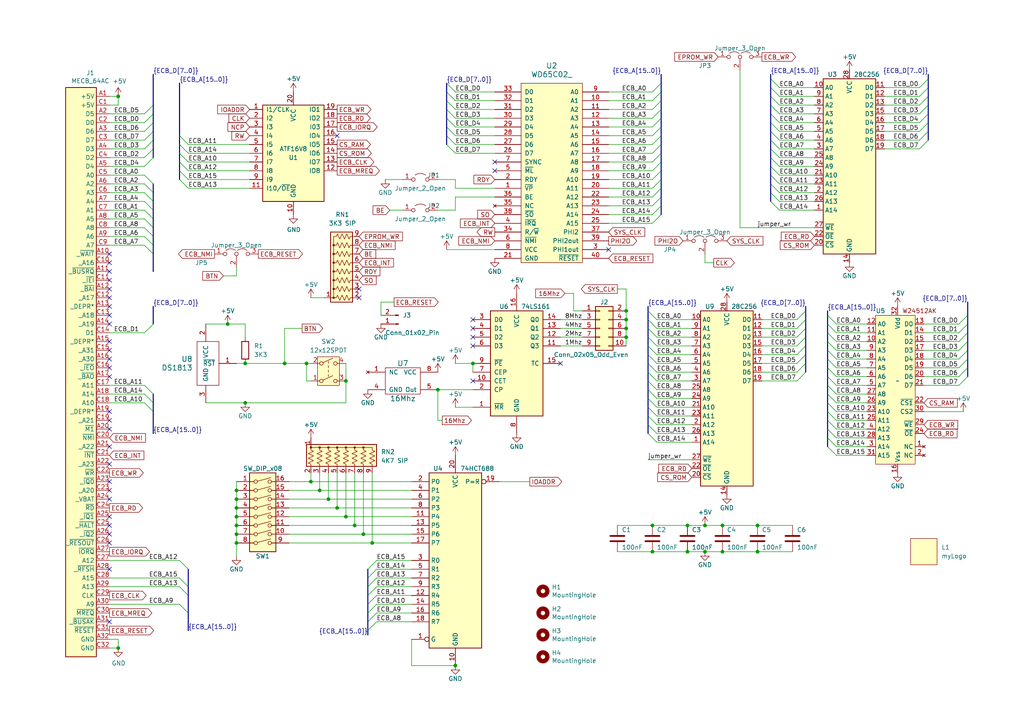
<source format=kicad_sch>
(kicad_sch (version 20230121) (generator eeschema)
  (paper "A4")
  (title_block (title "TLC_6502_CPU") (date "23/06/24") (rev "1.0") (company "TLC Stuff"))
  (junction (at 127 113.03))
  (junction (at 88.9 105.41))
  (junction (at 219.71 152.4))
  (junction (at 68.58 152.4))
  (junction (at 68.58 144.78))
  (junction (at 209.55 152.4))
  (junction (at 92.71 142.24))
  (junction (at 105.41 154.94))
  (junction (at 100.33 110.49))
  (junction (at 209.55 160.02))
  (junction (at 181.61 90.17))
  (junction (at 34.29 187.96))
  (junction (at 102.87 152.4))
  (junction (at 132.08 193.04))
  (junction (at 199.39 152.4))
  (junction (at 90.17 139.7))
  (junction (at 95.25 144.78))
  (junction (at 68.58 149.86))
  (junction (at 68.58 157.48))
  (junction (at 107.95 157.48))
  (junction (at 219.71 160.02))
  (junction (at 71.12 105.41))
  (junction (at 82.55 105.41))
  (junction (at 204.47 152.4))
  (junction (at 137.16 105.41))
  (junction (at 68.58 142.24))
  (junction (at 181.61 97.79))
  (junction (at 199.39 160.02))
  (junction (at 68.58 147.32))
  (junction (at 181.61 92.71))
  (junction (at 66.04 93.98))
  (junction (at 68.58 154.94))
  (junction (at 71.12 116.84))
  (junction (at 100.33 149.86))
  (junction (at 181.61 95.25))
  (junction (at 204.47 160.02))
  (junction (at 34.29 27.94))
  (junction (at 97.79 147.32))
  (junction (at 189.23 152.4))
  (junction (at 189.23 160.02))
  (no_connect (at 31.75 93.98))
  (no_connect (at 31.75 78.74))
  (no_connect (at 31.75 88.9))
  (no_connect (at 143.51 49.53))
  (no_connect (at 97.79 39.37))
  (no_connect (at 31.75 165.1))
  (no_connect (at 137.16 95.25))
  (no_connect (at 31.75 180.34))
  (no_connect (at 31.75 73.66))
  (no_connect (at 31.75 86.36))
  (no_connect (at 104.14 83.82))
  (no_connect (at 31.75 139.7))
  (no_connect (at 31.75 124.46))
  (no_connect (at 31.75 83.82))
  (no_connect (at 31.75 134.62))
  (no_connect (at 31.75 152.4))
  (no_connect (at 31.75 76.2))
  (no_connect (at 31.75 109.22))
  (no_connect (at 162.56 105.41))
  (no_connect (at 143.51 46.99))
  (no_connect (at 31.75 101.6))
  (no_connect (at 137.16 110.49))
  (no_connect (at 31.75 121.92))
  (no_connect (at 31.75 154.94))
  (no_connect (at 31.75 149.86))
  (no_connect (at 137.16 97.79))
  (no_connect (at 137.16 92.71))
  (no_connect (at 31.75 104.14))
  (no_connect (at 104.14 86.36))
  (no_connect (at 31.75 157.48))
  (no_connect (at 31.75 91.44))
  (no_connect (at 176.53 72.39))
  (no_connect (at 31.75 106.68))
  (no_connect (at 31.75 119.38))
  (no_connect (at 31.75 144.78))
  (no_connect (at 31.75 142.24))
  (no_connect (at 31.75 99.06))
  (no_connect (at 31.75 81.28))
  (no_connect (at 137.16 100.33))
  (no_connect (at 31.75 129.54))
  (bus_entry (at 187.96 123.19) (size 2.54 2.54))
  (bus_entry (at 44.45 53.34) (size -2.54 -2.54))
  (bus_entry (at 129.54 31.75) (size 2.54 2.54))
  (bus_entry (at 269.24 38.1) (size -2.54 2.54))
  (bus_entry (at 52.07 41.91) (size 2.54 2.54))
  (bus_entry (at 233.68 102.87) (size -2.54 2.54))
  (bus_entry (at 223.52 53.34) (size 2.54 2.54))
  (bus_entry (at 280.67 99.06) (size -2.54 2.54))
  (bus_entry (at 240.03 104.14) (size 2.54 2.54))
  (bus_entry (at 187.96 92.71) (size 2.54 2.54))
  (bus_entry (at 187.96 100.33) (size 2.54 2.54))
  (bus_entry (at 223.52 50.8) (size 2.54 2.54))
  (bus_entry (at 52.07 175.26) (size 2.54 2.54))
  (bus_entry (at 52.07 170.18) (size 2.54 2.54))
  (bus_entry (at 191.77 52.07) (size -2.54 2.54))
  (bus_entry (at 187.96 90.17) (size 2.54 2.54))
  (bus_entry (at 187.96 102.87) (size 2.54 2.54))
  (bus_entry (at 52.07 162.56) (size 2.54 2.54))
  (bus_entry (at 223.52 33.02) (size 2.54 2.54))
  (bus_entry (at 129.54 26.67) (size 2.54 2.54))
  (bus_entry (at 41.91 43.18) (size 2.54 -2.54))
  (bus_entry (at 129.54 36.83) (size 2.54 2.54))
  (bus_entry (at 223.52 55.88) (size 2.54 2.54))
  (bus_entry (at 41.91 38.1) (size 2.54 -2.54))
  (bus_entry (at 52.07 39.37) (size 2.54 2.54))
  (bus_entry (at 44.45 55.88) (size -2.54 -2.54))
  (bus_entry (at 233.68 95.25) (size -2.54 2.54))
  (bus_entry (at 44.45 63.5) (size -2.54 -2.54))
  (bus_entry (at 280.67 106.68) (size -2.54 2.54))
  (bus_entry (at 223.52 38.1) (size 2.54 2.54))
  (bus_entry (at 52.07 46.99) (size 2.54 2.54))
  (bus_entry (at 240.03 109.22) (size 2.54 2.54))
  (bus_entry (at 191.77 39.37) (size -2.54 2.54))
  (bus_entry (at 191.77 54.61) (size -2.54 2.54))
  (bus_entry (at 187.96 120.65) (size 2.54 2.54))
  (bus_entry (at 240.03 101.6) (size 2.54 2.54))
  (bus_entry (at 223.52 22.86) (size 2.54 2.54))
  (bus_entry (at 269.24 27.94) (size -2.54 2.54))
  (bus_entry (at 233.68 97.79) (size -2.54 2.54))
  (bus_entry (at 129.54 39.37) (size 2.54 2.54))
  (bus_entry (at 240.03 116.84) (size 2.54 2.54))
  (bus_entry (at 240.03 99.06) (size 2.54 2.54))
  (bus_entry (at 106.68 170.18) (size 2.54 -2.54))
  (bus_entry (at 106.68 182.88) (size 2.54 -2.54))
  (bus_entry (at 187.96 97.79) (size 2.54 2.54))
  (bus_entry (at 52.07 52.07) (size 2.54 2.54))
  (bus_entry (at 187.96 125.73) (size 2.54 2.54))
  (bus_entry (at 233.68 105.41) (size -2.54 2.54))
  (bus_entry (at 187.96 110.49) (size 2.54 2.54))
  (bus_entry (at 280.67 91.44) (size -2.54 2.54))
  (bus_entry (at 52.07 167.64) (size 2.54 2.54))
  (bus_entry (at 187.96 95.25) (size 2.54 2.54))
  (bus_entry (at 129.54 24.13) (size 2.54 2.54))
  (bus_entry (at 191.77 41.91) (size -2.54 2.54))
  (bus_entry (at 191.77 44.45) (size -2.54 2.54))
  (bus_entry (at 44.45 68.58) (size -2.54 -2.54))
  (bus_entry (at 223.52 48.26) (size 2.54 2.54))
  (bus_entry (at 129.54 41.91) (size 2.54 2.54))
  (bus_entry (at 233.68 92.71) (size -2.54 2.54))
  (bus_entry (at 41.91 48.26) (size 2.54 -2.54))
  (bus_entry (at 269.24 22.86) (size -2.54 2.54))
  (bus_entry (at 191.77 46.99) (size -2.54 2.54))
  (bus_entry (at 191.77 31.75) (size -2.54 2.54))
  (bus_entry (at 41.91 33.02) (size 2.54 -2.54))
  (bus_entry (at 41.91 116.84) (size 2.54 2.54))
  (bus_entry (at 191.77 26.67) (size -2.54 2.54))
  (bus_entry (at 240.03 124.46) (size 2.54 2.54))
  (bus_entry (at 240.03 129.54) (size 2.54 2.54))
  (bus_entry (at 280.67 104.14) (size -2.54 2.54))
  (bus_entry (at 280.67 96.52) (size -2.54 2.54))
  (bus_entry (at 52.07 49.53) (size 2.54 2.54))
  (bus_entry (at 223.52 58.42) (size 2.54 2.54))
  (bus_entry (at 106.68 172.72) (size 2.54 -2.54))
  (bus_entry (at 106.68 177.8) (size 2.54 -2.54))
  (bus_entry (at 240.03 121.92) (size 2.54 2.54))
  (bus_entry (at 240.03 127) (size 2.54 2.54))
  (bus_entry (at 41.91 111.76) (size 2.54 2.54))
  (bus_entry (at 269.24 33.02) (size -2.54 2.54))
  (bus_entry (at 191.77 62.23) (size -2.54 2.54))
  (bus_entry (at 233.68 100.33) (size -2.54 2.54))
  (bus_entry (at 191.77 49.53) (size -2.54 2.54))
  (bus_entry (at 41.91 96.52) (size 2.54 -2.54))
  (bus_entry (at 223.52 30.48) (size 2.54 2.54))
  (bus_entry (at 187.96 115.57) (size 2.54 2.54))
  (bus_entry (at 240.03 119.38) (size 2.54 2.54))
  (bus_entry (at 223.52 27.94) (size 2.54 2.54))
  (bus_entry (at 269.24 40.64) (size -2.54 2.54))
  (bus_entry (at 233.68 107.95) (size -2.54 2.54))
  (bus_entry (at 280.67 101.6) (size -2.54 2.54))
  (bus_entry (at 191.77 57.15) (size -2.54 2.54))
  (bus_entry (at 44.45 73.66) (size -2.54 -2.54))
  (bus_entry (at 106.68 175.26) (size 2.54 -2.54))
  (bus_entry (at 187.96 113.03) (size 2.54 2.54))
  (bus_entry (at 223.52 35.56) (size 2.54 2.54))
  (bus_entry (at 41.91 45.72) (size 2.54 -2.54))
  (bus_entry (at 106.68 180.34) (size 2.54 -2.54))
  (bus_entry (at 280.67 109.22) (size -2.54 2.54))
  (bus_entry (at 44.45 66.04) (size -2.54 -2.54))
  (bus_entry (at 106.68 167.64) (size 2.54 -2.54))
  (bus_entry (at 233.68 90.17) (size -2.54 2.54))
  (bus_entry (at 223.52 43.18) (size 2.54 2.54))
  (bus_entry (at 191.77 29.21) (size -2.54 2.54))
  (bus_entry (at 187.96 105.41) (size 2.54 2.54))
  (bus_entry (at 129.54 34.29) (size 2.54 2.54))
  (bus_entry (at 240.03 114.3) (size 2.54 2.54))
  (bus_entry (at 240.03 111.76) (size 2.54 2.54))
  (bus_entry (at 191.77 34.29) (size -2.54 2.54))
  (bus_entry (at 41.91 35.56) (size 2.54 -2.54))
  (bus_entry (at 240.03 93.98) (size 2.54 2.54))
  (bus_entry (at 240.03 96.52) (size 2.54 2.54))
  (bus_entry (at 280.67 93.98) (size -2.54 2.54))
  (bus_entry (at 129.54 29.21) (size 2.54 2.54))
  (bus_entry (at 191.77 59.69) (size -2.54 2.54))
  (bus_entry (at 223.52 25.4) (size 2.54 2.54))
  (bus_entry (at 191.77 36.83) (size -2.54 2.54))
  (bus_entry (at 240.03 106.68) (size 2.54 2.54))
  (bus_entry (at 223.52 40.64) (size 2.54 2.54))
  (bus_entry (at 240.03 91.44) (size 2.54 2.54))
  (bus_entry (at 269.24 30.48) (size -2.54 2.54))
  (bus_entry (at 41.91 114.3) (size 2.54 2.54))
  (bus_entry (at 44.45 71.12) (size -2.54 -2.54))
  (bus_entry (at 269.24 35.56) (size -2.54 2.54))
  (bus_entry (at 223.52 45.72) (size 2.54 2.54))
  (bus_entry (at 52.07 44.45) (size 2.54 2.54))
  (bus_entry (at 269.24 25.4) (size -2.54 2.54))
  (bus_entry (at 187.96 118.11) (size 2.54 2.54))
  (bus_entry (at 41.91 40.64) (size 2.54 -2.54))
  (bus_entry (at 44.45 58.42) (size -2.54 -2.54))
  (bus_entry (at 106.68 165.1) (size 2.54 -2.54))
  (bus_entry (at 187.96 107.95) (size 2.54 2.54))
  (bus_entry (at 44.45 60.96) (size -2.54 -2.54))
  (bus_entry (at 191.77 24.13) (size -2.54 2.54))
  (wire (pts (xy 71.12 93.98) (xy 71.12 97.79)))
  (wire (pts (xy 109.22 170.18) (xy 119.38 170.18)))
  (wire (pts (xy 179.07 152.4) (xy 189.23 152.4)))
  (wire (pts (xy 220.98 105.41) (xy 231.14 105.41)))
  (wire (pts (xy 129.54 72.39) (xy 143.51 72.39)))
  (bus (pts (xy 223.52 43.18) (xy 223.52 45.72)))
  (wire (pts (xy 68.58 80.01) (xy 64.77 80.01)))
  (wire (pts (xy 31.75 40.64) (xy 41.91 40.64)))
  (wire (pts (xy 242.57 132.08) (xy 251.46 132.08)))
  (wire (pts (xy 83.82 144.78) (xy 95.25 144.78)))
  (wire (pts (xy 119.38 193.04) (xy 132.08 193.04)))
  (wire (pts (xy 111.76 52.07) (xy 116.84 52.07)))
  (wire (pts (xy 267.97 106.68) (xy 278.13 106.68)))
  (wire (pts (xy 256.54 25.4) (xy 266.7 25.4)))
  (wire (pts (xy 214.63 20.32) (xy 214.63 66.04)))
  (wire (pts (xy 256.54 35.56) (xy 266.7 35.56)))
  (wire (pts (xy 83.82 139.7) (xy 90.17 139.7)))
  (wire (pts (xy 176.53 29.21) (xy 189.23 29.21)))
  (wire (pts (xy 181.61 95.25) (xy 181.61 97.79)))
  (wire (pts (xy 242.57 114.3) (xy 251.46 114.3)))
  (bus (pts (xy 44.45 21.59) (xy 44.45 30.48)))
  (wire (pts (xy 31.75 63.5) (xy 41.91 63.5)))
  (wire (pts (xy 242.57 111.76) (xy 251.46 111.76)))
  (wire (pts (xy 166.37 85.09) (xy 163.83 85.09)))
  (wire (pts (xy 176.53 62.23) (xy 189.23 62.23)))
  (bus (pts (xy 223.52 33.02) (xy 223.52 35.56)))
  (bus (pts (xy 129.54 26.67) (xy 129.54 29.21)))
  (wire (pts (xy 187.96 133.35) (xy 200.66 133.35)))
  (bus (pts (xy 233.68 97.79) (xy 233.68 100.33)))
  (wire (pts (xy 190.5 105.41) (xy 200.66 105.41)))
  (wire (pts (xy 54.61 52.07) (xy 72.39 52.07)))
  (bus (pts (xy 54.61 170.18) (xy 54.61 172.72)))
  (wire (pts (xy 90.17 137.16) (xy 90.17 139.7)))
  (wire (pts (xy 102.87 137.16) (xy 102.87 152.4)))
  (bus (pts (xy 191.77 24.13) (xy 191.77 26.67)))
  (wire (pts (xy 242.57 124.46) (xy 251.46 124.46)))
  (bus (pts (xy 52.07 41.91) (xy 52.07 44.45)))
  (wire (pts (xy 66.04 93.98) (xy 71.12 93.98)))
  (bus (pts (xy 269.24 25.4) (xy 269.24 27.94)))
  (wire (pts (xy 267.97 96.52) (xy 278.13 96.52)))
  (wire (pts (xy 181.61 83.82) (xy 181.61 90.17)))
  (bus (pts (xy 44.45 66.04) (xy 44.45 68.58)))
  (wire (pts (xy 132.08 52.07) (xy 127 52.07)))
  (wire (pts (xy 83.82 157.48) (xy 107.95 157.48)))
  (bus (pts (xy 191.77 59.69) (xy 191.77 62.23)))
  (wire (pts (xy 31.75 71.12) (xy 41.91 71.12)))
  (wire (pts (xy 127 113.03) (xy 137.16 113.03)))
  (bus (pts (xy 240.03 101.6) (xy 240.03 104.14)))
  (bus (pts (xy 44.45 53.34) (xy 44.45 55.88)))
  (bus (pts (xy 129.54 29.21) (xy 129.54 31.75)))
  (wire (pts (xy 68.58 157.48) (xy 68.58 161.29)))
  (wire (pts (xy 220.98 100.33) (xy 231.14 100.33)))
  (bus (pts (xy 106.68 170.18) (xy 106.68 172.72)))
  (bus (pts (xy 191.77 26.67) (xy 191.77 29.21)))
  (wire (pts (xy 132.08 54.61) (xy 132.08 52.07)))
  (wire (pts (xy 31.75 185.42) (xy 34.29 185.42)))
  (wire (pts (xy 132.08 105.41) (xy 137.16 105.41)))
  (wire (pts (xy 190.5 115.57) (xy 200.66 115.57)))
  (wire (pts (xy 132.08 44.45) (xy 143.51 44.45)))
  (bus (pts (xy 269.24 22.86) (xy 269.24 25.4)))
  (bus (pts (xy 233.68 92.71) (xy 233.68 95.25)))
  (bus (pts (xy 280.67 93.98) (xy 280.67 96.52)))
  (wire (pts (xy 68.58 152.4) (xy 68.58 154.94)))
  (wire (pts (xy 190.5 107.95) (xy 200.66 107.95)))
  (wire (pts (xy 189.23 152.4) (xy 199.39 152.4)))
  (wire (pts (xy 132.08 118.11) (xy 137.16 118.11)))
  (wire (pts (xy 31.75 116.84) (xy 41.91 116.84)))
  (wire (pts (xy 31.75 53.34) (xy 41.91 53.34)))
  (bus (pts (xy 187.96 97.79) (xy 187.96 100.33)))
  (wire (pts (xy 105.41 137.16) (xy 105.41 154.94)))
  (wire (pts (xy 109.22 165.1) (xy 119.38 165.1)))
  (wire (pts (xy 31.75 45.72) (xy 41.91 45.72)))
  (wire (pts (xy 267.97 109.22) (xy 278.13 109.22)))
  (wire (pts (xy 109.22 177.8) (xy 119.38 177.8)))
  (wire (pts (xy 54.61 46.99) (xy 72.39 46.99)))
  (wire (pts (xy 132.08 34.29) (xy 143.51 34.29)))
  (wire (pts (xy 199.39 160.02) (xy 204.47 160.02)))
  (wire (pts (xy 226.06 25.4) (xy 236.22 25.4)))
  (wire (pts (xy 59.69 116.84) (xy 71.12 116.84)))
  (bus (pts (xy 129.54 24.13) (xy 129.54 26.67)))
  (wire (pts (xy 71.12 116.84) (xy 100.33 116.84)))
  (wire (pts (xy 132.08 29.21) (xy 143.51 29.21)))
  (wire (pts (xy 110.49 87.63) (xy 114.3 87.63)))
  (wire (pts (xy 54.61 49.53) (xy 72.39 49.53)))
  (wire (pts (xy 31.75 38.1) (xy 41.91 38.1)))
  (wire (pts (xy 190.5 128.27) (xy 200.66 128.27)))
  (wire (pts (xy 31.75 162.56) (xy 52.07 162.56)))
  (bus (pts (xy 191.77 57.15) (xy 191.77 59.69)))
  (wire (pts (xy 31.75 48.26) (xy 41.91 48.26)))
  (wire (pts (xy 31.75 50.8) (xy 41.91 50.8)))
  (wire (pts (xy 59.69 93.98) (xy 66.04 93.98)))
  (bus (pts (xy 44.45 88.9) (xy 44.45 93.98)))
  (bus (pts (xy 187.96 100.33) (xy 187.96 102.87)))
  (wire (pts (xy 176.53 44.45) (xy 189.23 44.45)))
  (wire (pts (xy 242.57 93.98) (xy 251.46 93.98)))
  (wire (pts (xy 100.33 149.86) (xy 119.38 149.86)))
  (bus (pts (xy 106.68 165.1) (xy 106.68 167.64)))
  (wire (pts (xy 220.98 102.87) (xy 231.14 102.87)))
  (wire (pts (xy 97.79 137.16) (xy 97.79 147.32)))
  (wire (pts (xy 109.22 175.26) (xy 119.38 175.26)))
  (bus (pts (xy 44.45 43.18) (xy 44.45 45.72)))
  (wire (pts (xy 137.16 105.41) (xy 137.16 107.95)))
  (wire (pts (xy 226.06 27.94) (xy 236.22 27.94)))
  (wire (pts (xy 226.06 45.72) (xy 236.22 45.72)))
  (wire (pts (xy 132.08 26.67) (xy 143.51 26.67)))
  (wire (pts (xy 83.82 149.86) (xy 100.33 149.86)))
  (wire (pts (xy 176.53 59.69) (xy 189.23 59.69)))
  (wire (pts (xy 31.75 33.02) (xy 41.91 33.02)))
  (wire (pts (xy 31.75 43.18) (xy 41.91 43.18)))
  (bus (pts (xy 187.96 107.95) (xy 187.96 110.49)))
  (bus (pts (xy 223.52 48.26) (xy 223.52 50.8)))
  (wire (pts (xy 31.75 60.96) (xy 41.91 60.96)))
  (bus (pts (xy 191.77 44.45) (xy 191.77 46.99)))
  (wire (pts (xy 71.12 105.41) (xy 82.55 105.41)))
  (bus (pts (xy 187.96 118.11) (xy 187.96 120.65)))
  (wire (pts (xy 31.75 58.42) (xy 41.91 58.42)))
  (wire (pts (xy 219.71 160.02) (xy 229.87 160.02)))
  (bus (pts (xy 54.61 172.72) (xy 54.61 177.8)))
  (wire (pts (xy 31.75 167.64) (xy 52.07 167.64)))
  (wire (pts (xy 204.47 76.2) (xy 207.01 76.2)))
  (bus (pts (xy 44.45 55.88) (xy 44.45 58.42)))
  (bus (pts (xy 106.68 167.64) (xy 106.68 170.18)))
  (bus (pts (xy 233.68 88.9) (xy 233.68 90.17)))
  (wire (pts (xy 204.47 160.02) (xy 209.55 160.02)))
  (wire (pts (xy 179.07 160.02) (xy 189.23 160.02)))
  (wire (pts (xy 143.51 57.15) (xy 132.08 57.15)))
  (wire (pts (xy 190.5 100.33) (xy 200.66 100.33)))
  (bus (pts (xy 240.03 104.14) (xy 240.03 106.68)))
  (bus (pts (xy 280.67 106.68) (xy 280.67 109.22)))
  (bus (pts (xy 187.96 110.49) (xy 187.96 113.03)))
  (wire (pts (xy 209.55 152.4) (xy 219.71 152.4)))
  (bus (pts (xy 187.96 115.57) (xy 187.96 118.11)))
  (wire (pts (xy 190.5 97.79) (xy 200.66 97.79)))
  (wire (pts (xy 256.54 33.02) (xy 266.7 33.02)))
  (wire (pts (xy 256.54 43.18) (xy 266.7 43.18)))
  (wire (pts (xy 176.53 46.99) (xy 189.23 46.99)))
  (bus (pts (xy 44.45 68.58) (xy 44.45 71.12)))
  (wire (pts (xy 190.5 118.11) (xy 200.66 118.11)))
  (bus (pts (xy 240.03 111.76) (xy 240.03 114.3)))
  (wire (pts (xy 54.61 54.61) (xy 72.39 54.61)))
  (bus (pts (xy 233.68 102.87) (xy 233.68 105.41)))
  (wire (pts (xy 31.75 55.88) (xy 41.91 55.88)))
  (wire (pts (xy 31.75 111.76) (xy 41.91 111.76)))
  (bus (pts (xy 280.67 91.44) (xy 280.67 93.98)))
  (wire (pts (xy 109.22 172.72) (xy 119.38 172.72)))
  (wire (pts (xy 162.56 92.71) (xy 168.91 92.71)))
  (wire (pts (xy 209.55 160.02) (xy 219.71 160.02)))
  (wire (pts (xy 267.97 111.76) (xy 278.13 111.76)))
  (bus (pts (xy 233.68 95.25) (xy 233.68 97.79)))
  (wire (pts (xy 83.82 147.32) (xy 97.79 147.32)))
  (wire (pts (xy 220.98 110.49) (xy 231.14 110.49)))
  (wire (pts (xy 100.33 137.16) (xy 100.33 149.86)))
  (wire (pts (xy 190.5 123.19) (xy 200.66 123.19)))
  (wire (pts (xy 31.75 114.3) (xy 41.91 114.3)))
  (bus (pts (xy 129.54 39.37) (xy 129.54 41.91)))
  (wire (pts (xy 90.17 139.7) (xy 119.38 139.7)))
  (wire (pts (xy 119.38 185.42) (xy 119.38 193.04)))
  (bus (pts (xy 240.03 90.17) (xy 240.03 91.44)))
  (wire (pts (xy 90.17 86.36) (xy 93.98 86.36)))
  (bus (pts (xy 240.03 99.06) (xy 240.03 101.6)))
  (wire (pts (xy 31.75 68.58) (xy 41.91 68.58)))
  (bus (pts (xy 240.03 96.52) (xy 240.03 99.06)))
  (wire (pts (xy 242.57 106.68) (xy 251.46 106.68)))
  (bus (pts (xy 269.24 30.48) (xy 269.24 33.02)))
  (wire (pts (xy 132.08 31.75) (xy 143.51 31.75)))
  (bus (pts (xy 223.52 40.64) (xy 223.52 43.18)))
  (bus (pts (xy 223.52 30.48) (xy 223.52 33.02)))
  (wire (pts (xy 267.97 101.6) (xy 278.13 101.6)))
  (wire (pts (xy 176.53 31.75) (xy 189.23 31.75)))
  (bus (pts (xy 52.07 46.99) (xy 52.07 49.53)))
  (bus (pts (xy 44.45 71.12) (xy 44.45 73.66)))
  (wire (pts (xy 267.97 99.06) (xy 278.13 99.06)))
  (wire (pts (xy 226.06 38.1) (xy 236.22 38.1)))
  (wire (pts (xy 113.03 60.96) (xy 116.84 60.96)))
  (wire (pts (xy 189.23 160.02) (xy 199.39 160.02)))
  (wire (pts (xy 176.53 54.61) (xy 189.23 54.61)))
  (wire (pts (xy 107.95 137.16) (xy 107.95 157.48)))
  (bus (pts (xy 240.03 91.44) (xy 240.03 93.98)))
  (bus (pts (xy 44.45 116.84) (xy 44.45 119.38)))
  (bus (pts (xy 191.77 54.61) (xy 191.77 57.15)))
  (bus (pts (xy 191.77 29.21) (xy 191.77 31.75)))
  (bus (pts (xy 191.77 36.83) (xy 191.77 39.37)))
  (wire (pts (xy 190.5 92.71) (xy 200.66 92.71)))
  (bus (pts (xy 280.67 99.06) (xy 280.67 101.6)))
  (wire (pts (xy 214.63 66.04) (xy 236.22 66.04)))
  (wire (pts (xy 31.75 35.56) (xy 41.91 35.56)))
  (wire (pts (xy 87.63 95.25) (xy 82.55 95.25)))
  (wire (pts (xy 68.58 147.32) (xy 68.58 149.86)))
  (wire (pts (xy 190.5 95.25) (xy 200.66 95.25)))
  (bus (pts (xy 54.61 165.1) (xy 54.61 170.18)))
  (bus (pts (xy 269.24 38.1) (xy 269.24 40.64)))
  (wire (pts (xy 181.61 92.71) (xy 181.61 95.25)))
  (wire (pts (xy 242.57 99.06) (xy 251.46 99.06)))
  (wire (pts (xy 181.61 90.17) (xy 181.61 92.71)))
  (wire (pts (xy 267.97 104.14) (xy 278.13 104.14)))
  (wire (pts (xy 226.06 33.02) (xy 236.22 33.02)))
  (wire (pts (xy 190.5 110.49) (xy 200.66 110.49)))
  (wire (pts (xy 176.53 36.83) (xy 189.23 36.83)))
  (wire (pts (xy 143.51 54.61) (xy 132.08 54.61)))
  (bus (pts (xy 240.03 121.92) (xy 240.03 124.46)))
  (wire (pts (xy 68.58 144.78) (xy 68.58 147.32)))
  (wire (pts (xy 190.5 120.65) (xy 200.66 120.65)))
  (wire (pts (xy 31.75 96.52) (xy 41.91 96.52)))
  (bus (pts (xy 54.61 177.8) (xy 54.61 182.88)))
  (wire (pts (xy 68.58 149.86) (xy 68.58 152.4)))
  (wire (pts (xy 242.57 101.6) (xy 251.46 101.6)))
  (wire (pts (xy 226.06 40.64) (xy 236.22 40.64)))
  (wire (pts (xy 242.57 104.14) (xy 251.46 104.14)))
  (wire (pts (xy 242.57 116.84) (xy 251.46 116.84)))
  (wire (pts (xy 132.08 57.15) (xy 132.08 60.96)))
  (wire (pts (xy 176.53 39.37) (xy 189.23 39.37)))
  (bus (pts (xy 280.67 101.6) (xy 280.67 104.14)))
  (bus (pts (xy 44.45 38.1) (xy 44.45 40.64)))
  (bus (pts (xy 44.45 40.64) (xy 44.45 43.18)))
  (wire (pts (xy 176.53 49.53) (xy 189.23 49.53)))
  (wire (pts (xy 242.57 119.38) (xy 251.46 119.38)))
  (wire (pts (xy 54.61 41.91) (xy 72.39 41.91)))
  (wire (pts (xy 90.17 110.49) (xy 88.9 110.49)))
  (wire (pts (xy 242.57 121.92) (xy 251.46 121.92)))
  (wire (pts (xy 256.54 38.1) (xy 266.7 38.1)))
  (wire (pts (xy 68.58 142.24) (xy 68.58 144.78)))
  (wire (pts (xy 128.27 121.92) (xy 127 121.92)))
  (wire (pts (xy 95.25 137.16) (xy 95.25 144.78)))
  (wire (pts (xy 144.78 139.7) (xy 153.67 139.7)))
  (bus (pts (xy 240.03 114.3) (xy 240.03 116.84)))
  (wire (pts (xy 34.29 30.48) (xy 34.29 27.94)))
  (bus (pts (xy 52.07 39.37) (xy 52.07 41.91)))
  (bus (pts (xy 129.54 34.29) (xy 129.54 36.83)))
  (bus (pts (xy 52.07 44.45) (xy 52.07 46.99)))
  (bus (pts (xy 191.77 39.37) (xy 191.77 41.91)))
  (bus (pts (xy 191.77 34.29) (xy 191.77 36.83)))
  (wire (pts (xy 220.98 92.71) (xy 231.14 92.71)))
  (wire (pts (xy 267.97 119.38) (xy 279.4 119.38)))
  (wire (pts (xy 132.08 39.37) (xy 143.51 39.37)))
  (bus (pts (xy 187.96 102.87) (xy 187.96 105.41)))
  (wire (pts (xy 31.75 30.48) (xy 34.29 30.48)))
  (bus (pts (xy 223.52 35.56) (xy 223.52 38.1)))
  (bus (pts (xy 191.77 46.99) (xy 191.77 49.53)))
  (bus (pts (xy 280.67 87.63) (xy 280.67 91.44)))
  (bus (pts (xy 191.77 41.91) (xy 191.77 44.45)))
  (wire (pts (xy 109.22 180.34) (xy 119.38 180.34)))
  (wire (pts (xy 31.75 170.18) (xy 52.07 170.18)))
  (wire (pts (xy 204.47 73.66) (xy 204.47 76.2)))
  (wire (pts (xy 54.61 44.45) (xy 72.39 44.45)))
  (bus (pts (xy 240.03 119.38) (xy 240.03 121.92)))
  (wire (pts (xy 109.22 162.56) (xy 119.38 162.56)))
  (wire (pts (xy 256.54 27.94) (xy 266.7 27.94)))
  (bus (pts (xy 106.68 180.34) (xy 106.68 182.88)))
  (bus (pts (xy 240.03 109.22) (xy 240.03 111.76)))
  (bus (pts (xy 187.96 120.65) (xy 187.96 123.19)))
  (wire (pts (xy 256.54 40.64) (xy 266.7 40.64)))
  (bus (pts (xy 223.52 27.94) (xy 223.52 30.48)))
  (bus (pts (xy 106.68 175.26) (xy 106.68 177.8)))
  (bus (pts (xy 187.96 123.19) (xy 187.96 125.73)))
  (bus (pts (xy 129.54 36.83) (xy 129.54 39.37)))
  (bus (pts (xy 280.67 96.52) (xy 280.67 99.06)))
  (bus (pts (xy 191.77 49.53) (xy 191.77 52.07)))
  (wire (pts (xy 242.57 96.52) (xy 251.46 96.52)))
  (bus (pts (xy 44.45 119.38) (xy 44.45 125.73)))
  (wire (pts (xy 190.5 113.03) (xy 200.66 113.03)))
  (wire (pts (xy 68.58 139.7) (xy 68.58 142.24)))
  (wire (pts (xy 242.57 129.54) (xy 251.46 129.54)))
  (wire (pts (xy 242.57 127) (xy 251.46 127)))
  (wire (pts (xy 34.29 185.42) (xy 34.29 187.96)))
  (wire (pts (xy 242.57 109.22) (xy 251.46 109.22)))
  (bus (pts (xy 240.03 116.84) (xy 240.03 119.38)))
  (wire (pts (xy 127 113.03) (xy 127 121.92)))
  (bus (pts (xy 223.52 45.72) (xy 223.52 48.26)))
  (wire (pts (xy 166.37 90.17) (xy 166.37 85.09)))
  (wire (pts (xy 83.82 142.24) (xy 92.71 142.24)))
  (wire (pts (xy 88.9 110.49) (xy 88.9 105.41)))
  (bus (pts (xy 187.96 88.9) (xy 187.96 90.17)))
  (bus (pts (xy 223.52 55.88) (xy 223.52 58.42)))
  (wire (pts (xy 220.98 107.95) (xy 231.14 107.95)))
  (bus (pts (xy 240.03 124.46) (xy 240.03 127)))
  (wire (pts (xy 219.71 152.4) (xy 229.87 152.4)))
  (wire (pts (xy 181.61 97.79) (xy 181.61 100.33)))
  (bus (pts (xy 191.77 21.59) (xy 191.77 24.13)))
  (wire (pts (xy 162.56 97.79) (xy 168.91 97.79)))
  (wire (pts (xy 102.87 152.4) (xy 119.38 152.4)))
  (bus (pts (xy 280.67 104.14) (xy 280.67 106.68)))
  (wire (pts (xy 168.91 90.17) (xy 166.37 90.17)))
  (bus (pts (xy 191.77 31.75) (xy 191.77 34.29)))
  (wire (pts (xy 31.75 187.96) (xy 34.29 187.96)))
  (bus (pts (xy 52.07 49.53) (xy 52.07 52.07)))
  (bus (pts (xy 240.03 127) (xy 240.03 129.54)))
  (wire (pts (xy 176.53 57.15) (xy 189.23 57.15)))
  (wire (pts (xy 100.33 105.41) (xy 100.33 110.49)))
  (bus (pts (xy 44.45 73.66) (xy 44.45 78.74)))
  (bus (pts (xy 187.96 105.41) (xy 187.96 107.95)))
  (wire (pts (xy 226.06 53.34) (xy 236.22 53.34)))
  (wire (pts (xy 92.71 137.16) (xy 92.71 142.24)))
  (wire (pts (xy 132.08 36.83) (xy 143.51 36.83)))
  (bus (pts (xy 44.45 33.02) (xy 44.45 35.56)))
  (bus (pts (xy 187.96 90.17) (xy 187.96 92.71)))
  (wire (pts (xy 107.95 157.48) (xy 119.38 157.48)))
  (wire (pts (xy 110.49 91.44) (xy 110.49 87.63)))
  (bus (pts (xy 269.24 21.59) (xy 269.24 22.86)))
  (wire (pts (xy 97.79 147.32) (xy 119.38 147.32)))
  (bus (pts (xy 223.52 25.4) (xy 223.52 27.94)))
  (bus (pts (xy 233.68 90.17) (xy 233.68 92.71)))
  (bus (pts (xy 191.77 52.07) (xy 191.77 54.61)))
  (wire (pts (xy 204.47 152.4) (xy 209.55 152.4)))
  (bus (pts (xy 223.52 21.59) (xy 223.52 22.86)))
  (wire (pts (xy 176.53 26.67) (xy 189.23 26.67)))
  (wire (pts (xy 109.22 167.64) (xy 119.38 167.64)))
  (wire (pts (xy 68.58 154.94) (xy 68.58 157.48)))
  (bus (pts (xy 187.96 92.71) (xy 187.96 95.25)))
  (wire (pts (xy 179.07 83.82) (xy 181.61 83.82)))
  (bus (pts (xy 223.52 53.34) (xy 223.52 55.88)))
  (bus (pts (xy 44.45 58.42) (xy 44.45 60.96)))
  (wire (pts (xy 220.98 95.25) (xy 231.14 95.25)))
  (bus (pts (xy 187.96 95.25) (xy 187.96 97.79)))
  (wire (pts (xy 176.53 64.77) (xy 189.23 64.77)))
  (bus (pts (xy 233.68 105.41) (xy 233.68 107.95)))
  (wire (pts (xy 83.82 152.4) (xy 102.87 152.4)))
  (wire (pts (xy 88.9 105.41) (xy 90.17 105.41)))
  (wire (pts (xy 226.06 48.26) (xy 236.22 48.26)))
  (wire (pts (xy 226.06 60.96) (xy 236.22 60.96)))
  (wire (pts (xy 226.06 43.18) (xy 236.22 43.18)))
  (bus (pts (xy 240.03 106.68) (xy 240.03 109.22)))
  (wire (pts (xy 226.06 35.56) (xy 236.22 35.56)))
  (wire (pts (xy 82.55 105.41) (xy 88.9 105.41)))
  (wire (pts (xy 226.06 30.48) (xy 236.22 30.48)))
  (bus (pts (xy 223.52 50.8) (xy 223.52 53.34)))
  (wire (pts (xy 100.33 116.84) (xy 100.33 110.49)))
  (wire (pts (xy 95.25 144.78) (xy 119.38 144.78)))
  (bus (pts (xy 269.24 33.02) (xy 269.24 35.56)))
  (wire (pts (xy 190.5 125.73) (xy 200.66 125.73)))
  (wire (pts (xy 199.39 152.4) (xy 204.47 152.4)))
  (bus (pts (xy 44.45 114.3) (xy 44.45 116.84)))
  (wire (pts (xy 82.55 95.25) (xy 82.55 105.41)))
  (bus (pts (xy 106.68 172.72) (xy 106.68 175.26)))
  (bus (pts (xy 223.52 38.1) (xy 223.52 40.64)))
  (bus (pts (xy 269.24 35.56) (xy 269.24 38.1)))
  (wire (pts (xy 226.06 58.42) (xy 236.22 58.42)))
  (bus (pts (xy 269.24 27.94) (xy 269.24 30.48)))
  (wire (pts (xy 132.08 41.91) (xy 143.51 41.91)))
  (bus (pts (xy 240.03 93.98) (xy 240.03 96.52)))
  (wire (pts (xy 226.06 50.8) (xy 236.22 50.8)))
  (wire (pts (xy 83.82 154.94) (xy 105.41 154.94)))
  (bus (pts (xy 44.45 63.5) (xy 44.45 66.04)))
  (wire (pts (xy 105.41 154.94) (xy 119.38 154.94)))
  (bus (pts (xy 44.45 35.56) (xy 44.45 38.1)))
  (wire (pts (xy 92.71 142.24) (xy 119.38 142.24)))
  (bus (pts (xy 106.68 177.8) (xy 106.68 180.34)))
  (bus (pts (xy 52.07 24.13) (xy 52.07 39.37)))
  (bus (pts (xy 223.52 22.86) (xy 223.52 25.4)))
  (wire (pts (xy 68.58 105.41) (xy 71.12 105.41)))
  (wire (pts (xy 267.97 93.98) (xy 278.13 93.98)))
  (wire (pts (xy 162.56 100.33) (xy 168.91 100.33)))
  (wire (pts (xy 190.5 102.87) (xy 200.66 102.87)))
  (bus (pts (xy 106.68 182.88) (xy 106.68 184.15)))
  (bus (pts (xy 187.96 113.03) (xy 187.96 115.57)))
  (wire (pts (xy 31.75 66.04) (xy 41.91 66.04)))
  (wire (pts (xy 68.58 77.47) (xy 68.58 80.01)))
  (wire (pts (xy 132.08 60.96) (xy 127 60.96)))
  (wire (pts (xy 256.54 30.48) (xy 266.7 30.48)))
  (wire (pts (xy 176.53 41.91) (xy 189.23 41.91)))
  (wire (pts (xy 220.98 97.79) (xy 231.14 97.79)))
  (bus (pts (xy 44.45 60.96) (xy 44.45 63.5)))
  (wire (pts (xy 176.53 34.29) (xy 189.23 34.29)))
  (bus (pts (xy 129.54 31.75) (xy 129.54 34.29)))
  (wire (pts (xy 176.53 52.07) (xy 189.23 52.07)))
  (wire (pts (xy 31.75 175.26) (xy 52.07 175.26)))
  (wire (pts (xy 31.75 27.94) (xy 34.29 27.94)))
  (wire (pts (xy 162.56 95.25) (xy 168.91 95.25)))
  (bus (pts (xy 233.68 100.33) (xy 233.68 102.87)))
  (wire (pts (xy 226.06 55.88) (xy 236.22 55.88)))
  (bus (pts (xy 44.45 30.48) (xy 44.45 33.02)))
  (label "ECB_A13" (at 226.06 58.42 0))
  (label "ECB_D1" (at 259.08 27.94 0))
  (label "ECB_A3" (at 226.06 33.02 0))
  (label "{ECB_A[15..0]}" (at 191.77 21.59 180))
  (label "ECB_D4" (at 223.52 102.87 0))
  (label "ECB_D2" (at 270.51 99.06 0))
  (label "ECB_D0" (at 270.51 93.98 0))
  (label "ECB_A15" (at 43.18 167.64 0))
  (label "ECB_D7" (at 259.08 43.18 0))
  (label "ECB_D0" (at 132.08 26.67 0))
  (label "ECB_D5" (at 259.08 38.1 0))
  (label "ECB_A15" (at 242.57 132.08 0))
  (label "ECB_A11" (at 226.06 53.34 0))
  (label "ECB_A14" (at 109.22 165.1 0))
  (label "ECB_A13" (at 180.34 59.69 0))
  (label "ECB_D6" (at 270.51 109.22 0))
  (label "jumper_wr" (at 187.96 133.35 0))
  (label "ECB_A2" (at 180.34 31.75 0))
  (label "ECB_A1" (at 242.57 96.52 0))
  (label "ECB_A10" (at 190.5 118.11 0))
  (label "ECB_A8" (at 242.57 114.3 0))
  (label "ECB_A8" (at 180.34 46.99 0))
  (label "ECB_D4" (at 270.51 104.14 0))
  (label "ECB_A7" (at 242.57 111.76 0))
  (label "ECB_A9" (at 109.22 177.8 0))
  (label "ECB_A3" (at 190.5 100.33 0))
  (label "ECB_A0" (at 180.34 26.67 0))
  (label "ECB_A8" (at 109.22 180.34 0))
  (label "ECB_D1" (at 132.08 29.21 0))
  (label "ECB_A10" (at 180.34 52.07 0))
  (label "ECB_A0" (at 242.57 93.98 0))
  (label "ECB_A9" (at 180.34 49.53 0))
  (label "ECB_D3" (at 33.02 43.18 0))
  (label "{ECB_D[7..0]}" (at 269.24 21.59 180))
  (label "ECB_A12" (at 43.18 162.56 0))
  (label "ECB_D3" (at 132.08 34.29 0))
  (label "ECB_D3" (at 270.51 101.6 0))
  (label "ECB_A11" (at 242.57 121.92 0))
  (label "ECB_D6" (at 223.52 107.95 0))
  (label "ECB_A11" (at 190.5 120.65 0))
  (label "ECB_A15" (at 54.61 52.07 0))
  (label "ECB_A10" (at 54.61 46.99 0))
  (label "{ECB_A[15..0]}" (at 240.03 90.17 0))
  (label "ECB_A0" (at 190.5 92.71 0))
  (label "ECB_A9" (at 226.06 48.26 0))
  (label "ECB_A13" (at 109.22 167.64 0))
  (label "ECB_A9" (at 242.57 116.84 0))
  (label "ECB_D2" (at 132.08 31.75 0))
  (label "ECB_A15" (at 180.34 64.77 0))
  (label "ECB_D0" (at 33.02 35.56 0))
  (label "ECB_A4" (at 226.06 35.56 0))
  (label "ECB_A0" (at 33.02 50.8 0))
  (label "{ECB_A[15..0]}" (at 52.07 24.13 0))
  (label "ECB_D7" (at 270.51 111.76 0))
  (label "ECB_D1" (at 270.51 96.52 0))
  (label "ECB_D7" (at 33.02 40.64 0))
  (label "ECB_A2" (at 242.57 99.06 0))
  (label "ECB_D6" (at 33.02 38.1 0))
  (label "{ECB_A[15..0]}" (at 187.96 88.9 0))
  (label "ECB_D5" (at 132.08 39.37 0))
  (label "ECB_A0" (at 226.06 25.4 0))
  (label "{ECB_D[7..0]}" (at 44.45 21.59 0))
  (label "ECB_A6" (at 33.02 68.58 0))
  (label "ECB_D5" (at 33.02 33.02 0))
  (label "ECB_A11" (at 109.22 172.72 0))
  (label "ECB_A1" (at 226.06 27.94 0))
  (label "ECB_A2" (at 226.06 30.48 0))
  (label "ECB_A9" (at 190.5 115.57 0))
  (label "ECB_D6" (at 132.08 41.91 0))
  (label "{ECB_A[15..0]}" (at 223.52 21.59 0))
  (label "ECB_A13" (at 242.57 127 0))
  (label "ECB_A13" (at 190.5 125.73 0))
  (label "ECB_A11" (at 33.02 111.76 0))
  (label "ECB_D2" (at 259.08 30.48 0))
  (label "ECB_A7" (at 190.5 110.49 0))
  (label "ECB_A12" (at 226.06 55.88 0))
  (label "ECB_A4" (at 33.02 58.42 0))
  (label "ECB_D0" (at 223.52 92.71 0))
  (label "ECB_A10" (at 109.22 175.26 0))
  (label "ECB_A14" (at 54.61 44.45 0))
  (label "ECB_A7" (at 180.34 44.45 0))
  (label "ECB_A12" (at 180.34 57.15 0))
  (label "ECB_A5" (at 226.06 38.1 0))
  (label "ECB_A3" (at 180.34 34.29 0))
  (label "ECB_A12" (at 190.5 123.19 0))
  (label "ECB_A3" (at 33.02 55.88 0))
  (label "ECB_A2" (at 33.02 53.34 0))
  (label "{ECB_A[15..0]}" (at 106.68 184.15 180))
  (label "ECB_A10" (at 33.02 116.84 0))
  (label "{ECB_D[7..0]}" (at 129.54 24.13 0))
  (label "ECB_D1" (at 223.52 95.25 0))
  (label "ECB_D3" (at 259.08 33.02 0))
  (label "ECB_A2" (at 190.5 97.79 0))
  (label "ECB_D4" (at 259.08 35.56 0))
  (label "ECB_A10" (at 226.06 50.8 0))
  (label "ECB_D5" (at 270.51 106.68 0))
  (label "ECB_A5" (at 33.02 63.5 0))
  (label "ECB_A8" (at 226.06 45.72 0))
  (label "4Mhz" (at 163.83 95.25 0))
  (label "ECB_A1" (at 180.34 29.21 0))
  (label "ECB_A7" (at 226.06 43.18 0))
  (label "ECB_A14" (at 242.57 129.54 0))
  (label "{ECB_D[7..0]}" (at 44.45 88.9 0))
  (label "ECB_D4" (at 33.02 48.26 0))
  (label "ECB_D0" (at 259.08 25.4 0))
  (label "2Mhz" (at 163.83 97.79 0))
  (label "ECB_A5" (at 242.57 106.68 0))
  (label "ECB_A8" (at 33.02 66.04 0))
  (label "ECB_A6" (at 180.34 41.91 0))
  (label "ECB_A6" (at 190.5 107.95 0))
  (label "ECB_D1" (at 33.02 96.52 0))
  (label "ECB_A14" (at 190.5 128.27 0))
  (label "ECB_A8" (at 190.5 113.03 0))
  (label "ECB_D5" (at 223.52 105.41 0))
  (label "ECB_D4" (at 132.08 36.83 0))
  (label "ECB_A9" (at 43.18 175.26 0))
  (label "{ECB_A[15..0]}" (at 54.61 182.88 0))
  (label "ECB_A3" (at 242.57 101.6 0))
  (label "ECB_A4" (at 190.5 102.87 0))
  (label "ECB_A13" (at 43.18 170.18 0))
  (label "{ECB_D[7..0]}" (at 280.67 87.63 180))
  (label "ECB_A7" (at 33.02 71.12 0))
  (label "ECB_D2" (at 33.02 45.72 0))
  (label "{ECB_A[15..0]}" (at 44.45 125.73 0))
  (label "ECB_A13" (at 54.61 54.61 0))
  (label "ECB_D7" (at 132.08 44.45 0))
  (label "{ECB_D[7..0]}" (at 233.68 88.9 180))
  (label "ECB_A6" (at 242.57 109.22 0))
  (label "ECB_A12" (at 242.57 124.46 0))
  (label "8Mhz" (at 163.83 92.71 0))
  (label "ECB_D7" (at 223.52 110.49 0))
  (label "ECB_D2" (at 223.52 97.79 0))
  (label "ECB_A5" (at 180.34 39.37 0))
  (label "ECB_A6" (at 226.06 40.64 0))
  (label "ECB_A5" (at 190.5 105.41 0))
  (label "ECB_A14" (at 180.34 62.23 0))
  (label "ECB_A12" (at 109.22 170.18 0))
  (label "ECB_A15" (at 109.22 162.56 0))
  (label "ECB_A14" (at 33.02 114.3 0))
  (label "jumper_wr" (at 219.71 66.04 0))
  (label "ECB_A10" (at 242.57 119.38 0))
  (label "ECB_A4" (at 180.34 36.83 0))
  (label "ECB_A11" (at 180.34 54.61 0))
  (label "ECB_A1" (at 190.5 95.25 0))
  (label "ECB_D6" (at 259.08 40.64 0))
  (label "ECB_A4" (at 242.57 104.14 0))
  (label "ECB_A11" (at 54.61 41.91 0))
  (label "ECB_A14" (at 226.06 60.96 0))
  (label "ECB_D3" (at 223.52 100.33 0))
  (label "ECB_A1" (at 33.02 60.96 0))
  (label "ECB_A12" (at 54.61 49.53 0))
  (label "1Mhz" (at 163.83 100.33 0))
  (global_label "SYS_CLK" (shape input) (at 210.82 69.85 0) (property "Intersheetrefs" "${INTERSHEET_REFS}" (effects hide)))
  (global_label "ECB_RESET" (shape output) (at 31.75 182.88 0) (property "Intersheetrefs" "${INTERSHEET_REFS}" (effects hide)))
  (global_label "ECB_NMI" (shape input) (at 104.14 71.12 0) (property "Intersheetrefs" "${INTERSHEET_REFS}" (effects hide)))
  (global_label "ECB_MREQ" (shape output) (at 31.75 177.8 0) (property "Intersheetrefs" "${INTERSHEET_REFS}" (effects hide)))
  (global_label "ECB_RD" (shape input) (at 200.66 135.89 180) (property "Intersheetrefs" "${INTERSHEET_REFS}" (effects hide)))
  (global_label "EPROM_WR" (shape input) (at 208.28 16.51 180) (property "Intersheetrefs" "${INTERSHEET_REFS}" (effects hide)))
  (global_label "PHI2O" (shape input) (at 198.12 69.85 180) (property "Intersheetrefs" "${INTERSHEET_REFS}" (effects hide)))
  (global_label "ECB_CLK" (shape output) (at 31.75 172.72 0) (property "Intersheetrefs" "${INTERSHEET_REFS}" (effects hide)))
  (global_label "EPROM_WR" (shape input) (at 104.14 68.58 0) (property "Intersheetrefs" "${INTERSHEET_REFS}" (effects hide)))
  (global_label "CS_RAM" (shape output) (at 97.79 41.91 0) (property "Intersheetrefs" "${INTERSHEET_REFS}" (effects hide)))
  (global_label "ECB_INT" (shape input) (at 31.75 132.08 0) (property "Intersheetrefs" "${INTERSHEET_REFS}" (effects hide)))
  (global_label "ECB_INT" (shape input) (at 104.14 76.2 0) (property "Intersheetrefs" "${INTERSHEET_REFS}" (effects hide)))
  (global_label "ECB_WR" (shape output) (at 220.98 16.51 0) (property "Intersheetrefs" "${INTERSHEET_REFS}" (effects hide)))
  (global_label "SYS_CLK" (shape output) (at 179.07 83.82 180) (property "Intersheetrefs" "${INTERSHEET_REFS}" (effects hide)))
  (global_label "ECB_IORQ" (shape output) (at 31.75 160.02 0) (property "Intersheetrefs" "${INTERSHEET_REFS}" (effects hide)))
  (global_label "SYS_CLK" (shape input) (at 176.53 67.31 0) (property "Intersheetrefs" "${INTERSHEET_REFS}" (effects hide)))
  (global_label "IOADDR" (shape input) (at 72.39 31.75 180) (property "Intersheetrefs" "${INTERSHEET_REFS}" (effects hide)))
  (global_label "ECB_MREQ" (shape output) (at 97.79 49.53 0) (property "Intersheetrefs" "${INTERSHEET_REFS}" (effects hide)))
  (global_label "ECB_NMI" (shape input) (at 143.51 69.85 180) (property "Intersheetrefs" "${INTERSHEET_REFS}" (effects hide)))
  (global_label "ECB_RESET" (shape input) (at 176.53 74.93 0) (property "Intersheetrefs" "${INTERSHEET_REFS}" (effects hide)))
  (global_label "ECB_RESET" (shape output) (at 74.93 73.66 0) (property "Intersheetrefs" "${INTERSHEET_REFS}" (effects hide)))
  (global_label "BTN" (shape input) (at 64.77 80.01 180) (property "Intersheetrefs" "${INTERSHEET_REFS}" (effects hide)))
  (global_label "IOADDR" (shape output) (at 153.67 139.7 0) (property "Intersheetrefs" "${INTERSHEET_REFS}" (effects hide)))
  (global_label "ECB_NMI" (shape output) (at 62.23 73.66 180) (property "Intersheetrefs" "${INTERSHEET_REFS}" (effects hide)))
  (global_label "CS_ROM" (shape input) (at 236.22 71.12 180) (property "Intersheetrefs" "${INTERSHEET_REFS}" (effects hide)))
  (global_label "ECB_WR" (shape output) (at 97.79 31.75 0) (property "Intersheetrefs" "${INTERSHEET_REFS}" (effects hide)))
  (global_label "16Mhz" (shape input) (at 163.83 85.09 180) (property "Intersheetrefs" "${INTERSHEET_REFS}" (effects hide)))
  (global_label "ECB_INT" (shape input) (at 143.51 64.77 180) (property "Intersheetrefs" "${INTERSHEET_REFS}" (effects hide)))
  (global_label "BE" (shape input) (at 104.14 73.66 0) (property "Intersheetrefs" "${INTERSHEET_REFS}" (effects hide)))
  (global_label "BTN" (shape output) (at 87.63 95.25 0) (property "Intersheetrefs" "${INTERSHEET_REFS}" (effects hide)))
  (global_label "ECB_RD" (shape output) (at 97.79 34.29 0) (property "Intersheetrefs" "${INTERSHEET_REFS}" (effects hide)))
  (global_label "RDY" (shape input) (at 104.14 78.74 0) (property "Intersheetrefs" "${INTERSHEET_REFS}" (effects hide)))
  (global_label "PHI2O" (shape output) (at 176.53 69.85 0) (property "Intersheetrefs" "${INTERSHEET_REFS}" (effects hide)))
  (global_label "RW" (shape input) (at 72.39 39.37 180) (property "Intersheetrefs" "${INTERSHEET_REFS}" (effects hide)))
  (global_label "CLK" (shape output) (at 207.01 76.2 0) (property "Intersheetrefs" "${INTERSHEET_REFS}" (effects hide)))
  (global_label "ECB_RD" (shape input) (at 236.22 68.58 180) (property "Intersheetrefs" "${INTERSHEET_REFS}" (effects hide)))
  (global_label "RW" (shape output) (at 143.51 67.31 180) (property "Intersheetrefs" "${INTERSHEET_REFS}" (effects hide)))
  (global_label "16Mhz" (shape output) (at 128.27 121.92 0) (property "Intersheetrefs" "${INTERSHEET_REFS}" (effects hide)))
  (global_label "ECB_WR" (shape input) (at 267.97 123.19 0) (property "Intersheetrefs" "${INTERSHEET_REFS}" (effects hide)))
  (global_label "CS_ROM" (shape output) (at 97.79 44.45 0) (property "Intersheetrefs" "${INTERSHEET_REFS}" (effects hide)))
  (global_label "ECB_RD" (shape input) (at 267.97 125.73 0) (property "Intersheetrefs" "${INTERSHEET_REFS}" (effects hide)))
  (global_label "ECB_WR" (shape output) (at 31.75 137.16 0) (property "Intersheetrefs" "${INTERSHEET_REFS}" (effects hide)))
  (global_label "BE" (shape input) (at 113.03 60.96 180) (property "Intersheetrefs" "${INTERSHEET_REFS}" (effects hide)))
  (global_label "ECB_RESET" (shape output) (at 114.3 87.63 0) (property "Intersheetrefs" "${INTERSHEET_REFS}" (effects hide)))
  (global_label "SO" (shape input) (at 143.51 62.23 180) (property "Intersheetrefs" "${INTERSHEET_REFS}" (effects hide)))
  (global_label "ECB_IORQ" (shape output) (at 97.79 36.83 0) (property "Intersheetrefs" "${INTERSHEET_REFS}" (effects hide)))
  (global_label "ECB_NMI" (shape input) (at 31.75 127 0) (property "Intersheetrefs" "${INTERSHEET_REFS}" (effects hide)))
  (global_label "ECB_CLK" (shape output) (at 97.79 46.99 0) (property "Intersheetrefs" "${INTERSHEET_REFS}" (effects hide)))
  (global_label "CS_ROM" (shape input) (at 200.66 138.43 180) (property "Intersheetrefs" "${INTERSHEET_REFS}" (effects hide)))
  (global_label "RDY" (shape input) (at 143.51 52.07 180) (property "Intersheetrefs" "${INTERSHEET_REFS}" (effects hide)))
  (global_label "NCP" (shape input) (at 72.39 36.83 180) (property "Intersheetrefs" "${INTERSHEET_REFS}" (effects hide)))
  (global_label "CLK" (shape input) (at 72.39 34.29 180) (property "Intersheetrefs" "${INTERSHEET_REFS}" (effects hide)))
  (global_label "ECB_RD" (shape output) (at 31.75 147.32 0) (property "Intersheetrefs" "${INTERSHEET_REFS}" (effects hide)))
  (global_label "CS_RAM" (shape input) (at 267.97 116.84 0) (property "Intersheetrefs" "${INTERSHEET_REFS}" (effects hide)))
  (global_label "SO" (shape input) (at 104.14 81.28 0) (property "Intersheetrefs" "${INTERSHEET_REFS}" (effects hide)))
  (symbol (lib_id "Logic_Programmable:GAL16V8") (at 85.09 44.45 0) (unit 1)
    (property "Reference" "U1" (at 85.09 45.72 0))
    (property "Value" "ATF16V8" (at 85.09 43.18 0))
    (property "Footprint" "Package_DIP:DIP-20_W7.62mm_LongPads" (effects hide))
  )
  (symbol (lib_id "power:GND") (at 85.09 62.23 0) (unit 1)
    (property "Reference" "#PWR06" (effects hide))
    (property "Value" "GND" (at 85.217 66.6242 0))
  )
  (symbol (lib_id "Mechanical:MountingHole") (at 157.48 184.15 0) (unit 1)
    (property "Reference" "H3" (at 160.02 182.9816 0) (effects (justify left)))
    (property "Value" "MountingHole" (at 160.02 185.293 0) (effects (justify left)))
    (property "Footprint" "MountingHole:MountingHole_3.2mm_M3" (effects hide))
  )
  (symbol (lib_id "Mechanical:MountingHole") (at 157.48 190.5 0) (unit 1)
    (property "Reference" "H4" (at 160.02 189.3316 0) (effects (justify left)))
    (property "Value" "MountingHole" (at 160.02 191.643 0) (effects (justify left)))
    (property "Footprint" "MountingHole:MountingHole_3.2mm_M3" (effects hide))
  )
  (symbol (lib_id "Mechanical:MountingHole") (at 157.48 171.45 0) (unit 1)
    (property "Reference" "H1" (at 160.02 170.2816 0) (effects (justify left)))
    (property "Value" "MountingHole" (at 160.02 172.593 0) (effects (justify left)))
    (property "Footprint" "MountingHole:MountingHole_3.2mm_M3" (effects hide))
  )
  (symbol (lib_id "Mechanical:MountingHole") (at 157.48 177.8 0) (unit 1)
    (property "Reference" "H2" (at 160.02 176.6316 0) (effects (justify left)))
    (property "Value" "MountingHole" (at 160.02 178.943 0) (effects (justify left)))
    (property "Footprint" "MountingHole:MountingHole_3.2mm_M3" (effects hide))
  )
  (symbol (lib_name "+5V_1") (lib_id "power:+5V") (at 210.82 87.63 0) (unit 1)
    (property "Reference" "#PWR029" (effects hide))
    (property "Value" "+5V" (at 210.82 83.82 0))
  )
  (symbol (lib_id "Device:R_Network08_US") (at 99.06 76.2 90) (unit 1)
    (property "Reference" "RN1" (at 99.314 62.23 90))
    (property "Value" "3K3 SIP" (at 99.314 64.77 90))
    (property "Footprint" "Resistor_THT:R_Array_SIP9" (effects hide))
    (property "Datasheet" "http://www.vishay.com/docs/31509/csc.pdf" (effects hide))
  )
  (symbol (lib_name "GND_1") (lib_id "power:GND") (at 149.86 125.73 0) (unit 1)
    (property "Reference" "#PWR020" (effects hide))
    (property "Value" "GND" (at 149.86 129.54 0))
  )
  (symbol (lib_name "GND_1") (lib_id "power:GND") (at 110.49 93.98 0) (unit 1)
    (property "Reference" "#PWR030" (effects hide))
    (property "Value" "GND" (at 110.49 97.79 0))
  )
  (symbol (lib_name "GND_1") (lib_id "power:GND") (at 143.51 74.93 0) (unit 1)
    (property "Reference" "#PWR03" (effects hide))
    (property "Value" "GND" (at 143.51 78.74 0))
  )
  (symbol (lib_name "GND_1") (lib_id "power:GND") (at 106.68 113.03 0) (unit 1)
    (property "Reference" "#PWR021" (effects hide))
    (property "Value" "GND" (at 106.68 116.84 0))
  )
  (symbol (lib_name "+5V_1") (lib_id "power:+5V") (at 132.08 118.11 0) (unit 1)
    (property "Reference" "#PWR022" (effects hide))
    (property "Value" "+5V" (at 132.08 114.3 0))
  )
  (symbol (lib_id "Device:C") (at 219.71 156.21 0) (unit 1)
    (property "Reference" "C5" (at 220.98 153.67 0) (effects (justify left)))
    (property "Value" "100nF" (at 220.98 158.75 0) (effects (justify left)))
    (property "Footprint" "Capacitor_THT:C_Disc_D7.5mm_W2.5mm_P5.00mm" (effects hide))
  )
  (symbol (lib_id "Device:C") (at 199.39 156.21 0) (unit 1)
    (property "Reference" "C3" (at 200.66 153.67 0) (effects (justify left)))
    (property "Value" "100nF" (at 200.66 158.75 0) (effects (justify left)))
    (property "Footprint" "Capacitor_THT:C_Disc_D7.5mm_W2.5mm_P5.00mm" (effects hide))
  )
  (symbol (lib_id "TLC:myLogo") (at 267.97 160.02 0) (unit 1)
    (property "Reference" "L1" (at 273.05 158.75 0) (effects (justify left)))
    (property "Value" "myLogo" (at 273.05 161.29 0) (effects (justify left)))
    (property "Footprint" "TLC_Stuff:LOGO_sm" (effects hide))
  )
  (symbol (lib_id "Device:R") (at 71.12 101.6 0) (unit 1)
    (property "Reference" "R1" (at 73.66 100.33 0) (effects (justify left)))
    (property "Value" "3K3" (at 73.66 102.87 0) (effects (justify left)))
    (property "Footprint" "Resistor_THT:R_Axial_DIN0309_L9.0mm_D3.2mm_P12.70mm_Horizontal" (effects hide))
  )
  (symbol (lib_name "GND_1") (lib_id "power:GND") (at 260.35 137.16 0) (unit 1)
    (property "Reference" "#PWR016" (effects hide))
    (property "Value" "GND" (at 260.35 140.97 0))
  )
  (symbol (lib_id "MyCustomSymbolLibrary:MECB_64AC") (at 24.13 109.22 0) (mirror y) (unit 1)
    (property "Reference" "J1" (at 26.2128 21.1582 0))
    (property "Value" "MECB_64AC" (at 26.2128 23.4696 0))
    (property "Footprint" "MyCustomFootprintLibrary:DIN41612_C_2x32_C64AC_Male_Horizontal_THT" (effects hide))
    (property "Datasheet" " ~" (effects hide))
  )
  (symbol (lib_id "74xx:74LS161") (at 149.86 105.41 0) (unit 1)
    (property "Reference" "U6" (at 144.78 88.9 0) (effects (justify left)))
    (property "Value" "74LS161" (at 151.13 88.9 0) (effects (justify left)))
    (property "Footprint" "Package_DIP:DIP-16_W7.62mm_LongPads" (effects hide))
    (property "Datasheet" "http://www.ti.com/lit/gpn/sn74LS161" (effects hide))
  )
  (symbol (lib_name "+5V_1") (lib_id "power:+5V") (at 132.08 105.41 0) (unit 1)
    (property "Reference" "#PWR019" (effects hide))
    (property "Value" "+5V" (at 132.08 101.6 0))
  )
  (symbol (lib_name "GND_1") (lib_id "power:GND") (at 246.38 76.2 0) (unit 1)
    (property "Reference" "#PWR08" (effects hide))
    (property "Value" "GND" (at 246.38 80.01 0))
  )
  (symbol (lib_id "65xx:WD65C02_") (at 160.02 49.53 0) (unit 1)
    (property "Reference" "U2" (at 160.02 19.05 0) (effects (font (size 1.524 1.524))))
    (property "Value" "WD65C02_" (at 160.02 21.59 0) (effects (font (size 1.524 1.524))))
    (property "Footprint" "Package_DIP:DIP-40_W15.24mm_LongPads" (effects hide))
  )
  (symbol (lib_id "Device:C") (at 209.55 156.21 0) (unit 1)
    (property "Reference" "C4" (at 210.82 153.67 0) (effects (justify left)))
    (property "Value" "100nF" (at 210.82 158.75 0) (effects (justify left)))
    (property "Footprint" "Capacitor_THT:C_Disc_D7.5mm_W2.5mm_P5.00mm" (effects hide))
  )
  (symbol (lib_id "power:GND") (at 132.08 193.04 0) (unit 1)
    (property "Reference" "#PWR014" (effects hide))
    (property "Value" "GND" (at 132.08 196.85 0))
  )
  (symbol (lib_id "TLC:DS1813") (at 59.69 105.41 0) (unit 1)
    (property "Reference" "U8" (at 55.88 104.14 0) (effects (font (size 1.524 1.524)) (justify right)))
    (property "Value" "DS1813" (at 55.88 106.68 0) (effects (font (size 1.524 1.524)) (justify right)))
    (property "Footprint" "footprints:21-0248A_MXM" (effects hide))
  )
  (symbol (lib_name "GND_1") (lib_id "power:GND") (at 71.12 116.84 0) (unit 1)
    (property "Reference" "#PWR025" (effects hide))
    (property "Value" "GND" (at 71.12 120.65 0))
  )
  (symbol (lib_name "+5V_1") (lib_id "power:+5V") (at 204.47 152.4 0) (unit 1)
    (property "Reference" "#PWR023" (effects hide))
    (property "Value" "+5V" (at 204.47 148.59 0))
  )
  (symbol (lib_name "+5V_1") (lib_id "power:+5V") (at 260.35 88.9 0) (unit 1)
    (property "Reference" "#PWR011" (effects hide))
    (property "Value" "+5V" (at 260.35 85.09 0))
  )
  (symbol (lib_id "Device:C") (at 189.23 156.21 0) (unit 1)
    (property "Reference" "C2" (at 190.5 153.67 0) (effects (justify left)))
    (property "Value" "100nF" (at 190.5 158.75 0) (effects (justify left)))
    (property "Footprint" "Capacitor_THT:C_Disc_D7.5mm_W2.5mm_P5.00mm" (effects hide))
  )
  (symbol (lib_id "Connector:Conn_01x02_Pin") (at 115.57 93.98 180) (unit 1)
    (property "Reference" "J3" (at 116.84 91.44 0) (effects (justify right)))
    (property "Value" "Conn_01x02_Pin" (at 111.76 96.52 0) (effects (justify right)))
    (property "Footprint" "Connector_PinHeader_2.54mm:PinHeader_1x02_P2.54mm_Vertical" (effects hide))
  )
  (symbol (lib_id "Connector_Generic:Conn_02x05_Odd_Even") (at 173.99 95.25 0) (unit 1)
    (property "Reference" "J2" (at 175.26 87.63 0))
    (property "Value" "Conn_02x05_Odd_Even" (at 171.45 102.87 0))
    (property "Footprint" "Connector_PinHeader_2.54mm:PinHeader_2x05_P2.54mm_Vertical" (effects hide))
  )
  (symbol (lib_id "TLC:4pinOsc") (at 116.84 110.49 0) (unit 1)
    (property "Reference" "U7" (at 116.84 105.41 0) (effects (font (size 1.524 1.524))))
    (property "Value" "16Mhz" (at 116.84 115.57 0) (effects (font (size 1.524 1.524))))
    (property "Footprint" "TLC_Stuff:4pinOsc" (effects hide))
  )
  (symbol (lib_name "GND_1") (lib_id "power:GND") (at 68.58 161.29 0) (unit 1)
    (property "Reference" "#PWR010" (effects hide))
    (property "Value" "GND" (at 68.58 165.1 0))
  )
  (symbol (lib_name "+5V_1") (lib_id "power:+5V") (at 246.38 20.32 0) (unit 1)
    (property "Reference" "#PWR09" (effects hide))
    (property "Value" "+5V" (at 246.38 16.51 0))
  )
  (symbol (lib_id "Memory_EEPROM:28C256") (at 210.82 115.57 0) (unit 1)
    (property "Reference" "U9" (at 204.47 88.9 0) (effects (justify left)))
    (property "Value" "28C256" (at 212.09 88.9 0) (effects (justify left)))
    (property "Footprint" "Package_DIP:DIP-28_W7.62mm_Socket_LongPads" (effects hide))
    (property "Datasheet" "http://ww1.microchip.com/downloads/en/DeviceDoc/doc0006.pdf" (effects hide))
  )
  (symbol (lib_id "TLC:12x12SPDT") (at 95.25 107.95 0) (unit 1)
    (property "Reference" "SW2" (at 95.25 99.06 0))
    (property "Value" "12x12SPDT" (at 95.25 101.6 0))
    (property "Footprint" "My_Stuff:12x12-Tactile-Switch" (effects hide))
  )
  (symbol (lib_id "Jumper:Jumper_3_Open") (at 214.63 16.51 0) (unit 1)
    (property "Reference" "JP3" (at 204.47 19.05 0))
    (property "Value" "Jumper_3_Open" (at 214.63 13.97 0))
    (property "Footprint" "Connector_PinHeader_2.54mm:PinHeader_1x03_P2.54mm_Vertical" (effects hide))
  )
  (symbol (lib_id "Memory_EEPROM:28C256") (at 246.38 48.26 0) (unit 1)
    (property "Reference" "U3" (at 240.03 21.59 0) (effects (justify left)))
    (property "Value" "28C256" (at 247.65 21.59 0) (effects (justify left)))
    (property "Footprint" "Package_DIP:DIP-28_W15.24mm_LongPads" (effects hide))
    (property "Datasheet" "http://ww1.microchip.com/downloads/en/DeviceDoc/doc0006.pdf" (effects hide))
  )
  (symbol (lib_id "Device:R_Network08_US") (at 100.33 132.08 0) (unit 1)
    (property "Reference" "RN2" (at 110.49 131.064 0) (effects (justify left)))
    (property "Value" "4K7 SIP" (at 110.49 133.604 0) (effects (justify left)))
    (property "Footprint" "Resistor_THT:R_Array_SIP9" (effects hide))
    (property "Datasheet" "http://www.vishay.com/docs/31509/csc.pdf" (effects hide))
  )
  (symbol (lib_id "Jumper:Jumper_3_Open") (at 68.58 73.66 0) (unit 1)
    (property "Reference" "JP5" (at 58.42 76.2 0))
    (property "Value" "Jumper_3_Open" (at 68.58 71.12 0))
    (property "Footprint" "Connector_PinHeader_2.54mm:PinHeader_1x03_P2.54mm_Vertical" (effects hide))
  )
  (symbol (lib_name "+5V_1") (lib_id "power:+5V") (at 149.86 85.09 0) (unit 1)
    (property "Reference" "#PWR015" (effects hide))
    (property "Value" "+5V" (at 149.86 81.28 0))
  )
  (symbol (lib_id "power:+5V") (at 34.29 27.94 0) (unit 1)
    (property "Reference" "#PWR01" (effects hide))
    (property "Value" "+5V" (at 34.671 23.5458 0))
  )
  (symbol (lib_name "+5V_1") (lib_id "power:+5V") (at 85.09 26.67 0) (unit 1)
    (property "Reference" "#PWR028" (effects hide))
    (property "Value" "+5V" (at 85.09 22.86 0))
  )
  (symbol (lib_name "GND_1") (lib_id "power:GND") (at 204.47 160.02 0) (unit 1)
    (property "Reference" "#PWR026" (effects hide))
    (property "Value" "GND" (at 204.47 163.83 0))
  )
  (symbol (lib_id "Jumper:Jumper_2_Open") (at 121.92 60.96 0) (unit 1)
    (property "Reference" "JP2" (at 125.73 59.69 0))
    (property "Value" "Jumper_2_Open" (at 121.92 63.5 0))
    (property "Footprint" "Connector_PinHeader_2.54mm:PinHeader_1x02_P2.54mm_Vertical" (effects hide))
  )
  (symbol (lib_name "+5V_1") (lib_id "power:+5V") (at 90.17 127 0) (unit 1)
    (property "Reference" "#PWR012" (effects hide))
    (property "Value" "+5V" (at 90.17 123.19 0))
  )
  (symbol (lib_id "Jumper:Jumper_2_Open") (at 121.92 52.07 0) (unit 1)
    (property "Reference" "JP1" (at 125.73 50.8 0))
    (property "Value" "Jumper_2_Open" (at 121.92 54.61 0))
    (property "Footprint" "Connector_PinHeader_2.54mm:PinHeader_1x02_P2.54mm_Vertical" (effects hide))
  )
  (symbol (lib_name "GND_1") (lib_id "power:GND") (at 210.82 143.51 0) (unit 1)
    (property "Reference" "#PWR027" (effects hide))
    (property "Value" "GND" (at 210.82 147.32 0))
  )
  (symbol (lib_id "TLC:W24512AK") (at 260.35 110.49 0) (unit 1)
    (property "Reference" "U5" (at 254 90.17 0) (effects (justify left)))
    (property "Value" "~" (at 260.35 110.49 0))
    (property "Footprint" "Package_DIP:DIP-32_W7.62mm" (effects hide))
  )
  (symbol (lib_name "+5V_1") (lib_id "power:+5V") (at 132.08 132.08 0) (unit 1)
    (property "Reference" "#PWR013" (effects hide))
    (property "Value" "+5V" (at 132.08 128.27 0))
  )
  (symbol (lib_id "power:GND") (at 34.29 187.96 0) (unit 1)
    (property "Reference" "#PWR02" (effects hide))
    (property "Value" "GND" (at 34.417 192.3542 0))
  )
  (symbol (lib_id "Jumper:Jumper_3_Open") (at 204.47 69.85 0) (unit 1)
    (property "Reference" "JP4" (at 194.31 72.39 0))
    (property "Value" "Jumper_3_Open" (at 204.47 67.31 0))
    (property "Footprint" "Connector_PinHeader_2.54mm:PinHeader_1x03_P2.54mm_Vertical" (effects hide))
  )
  (symbol (lib_name "+5V_1") (lib_id "power:+5V") (at 127 107.95 0) (unit 1)
    (property "Reference" "#PWR018" (effects hide))
    (property "Value" "+5V" (at 127 104.14 0))
  )
  (symbol (lib_name "+5V_1") (lib_id "power:+5V") (at 66.04 93.98 0) (unit 1)
    (property "Reference" "#PWR024" (effects hide))
    (property "Value" "+5V" (at 66.04 90.17 0))
  )
  (symbol (lib_name "+5V_1") (lib_id "power:+5V") (at 279.4 119.38 0) (unit 1)
    (property "Reference" "#PWR017" (effects hide))
    (property "Value" "+5V" (at 279.4 115.57 0))
  )
  (symbol (lib_id "Device:C") (at 229.87 156.21 0) (unit 1)
    (property "Reference" "C6" (at 231.14 153.67 0) (effects (justify left)))
    (property "Value" "100nF" (at 231.14 158.75 0) (effects (justify left)))
    (property "Footprint" "Capacitor_THT:C_Disc_D7.5mm_W2.5mm_P5.00mm" (effects hide))
  )
  (symbol (lib_id "Switch:SW_DIP_x08") (at 76.2 149.86 0) (unit 1)
    (property "Reference" "SW1" (at 76.2 161.29 0))
    (property "Value" "SW_DIP_x08" (at 76.2 135.89 0))
    (property "Footprint" "Button_Switch_THT:SW_DIP_SPSTx08_Slide_9.78x22.5mm_W7.62mm_P2.54mm" (effects hide))
  )
  (symbol (lib_id "74xx:74HCT688") (at 132.08 162.56 0) (unit 1)
    (property "Reference" "U4" (at 127 135.89 0))
    (property "Value" "74HCT688" (at 138.43 135.89 0))
    (property "Footprint" "Package_DIP:DIP-20_W7.62mm_LongPads" (effects hide))
    (property "Datasheet" "https://www.ti.com/lit/ds/symlink/cd54hc688.pdf" (effects hide))
  )
  (symbol (lib_name "+5V_1") (lib_id "power:+5V") (at 129.54 72.39 0) (unit 1)
    (property "Reference" "#PWR04" (effects hide))
    (property "Value" "+5V" (at 129.54 68.58 0))
  )
  (symbol (lib_id "Device:C") (at 179.07 156.21 0) (unit 1)
    (property "Reference" "C1" (at 180.34 153.67 0) (effects (justify left)))
    (property "Value" "100nF" (at 180.34 158.75 0) (effects (justify left)))
    (property "Footprint" "Capacitor_THT:C_Disc_D7.5mm_W2.5mm_P5.00mm" (effects hide))
  )
  (symbol (lib_name "GND_1") (lib_id "power:GND") (at 111.76 52.07 0) (unit 1)
    (property "Reference" "#PWR07" (effects hide))
    (property "Value" "GND" (at 111.76 55.88 0))
  )
  (symbol (lib_name "+5V_1") (lib_id "power:+5V") (at 90.17 86.36 0) (unit 1)
    (property "Reference" "#PWR05" (effects hide))
    (property "Value" "+5V" (at 90.17 82.55 0))
  )
)
</source>
